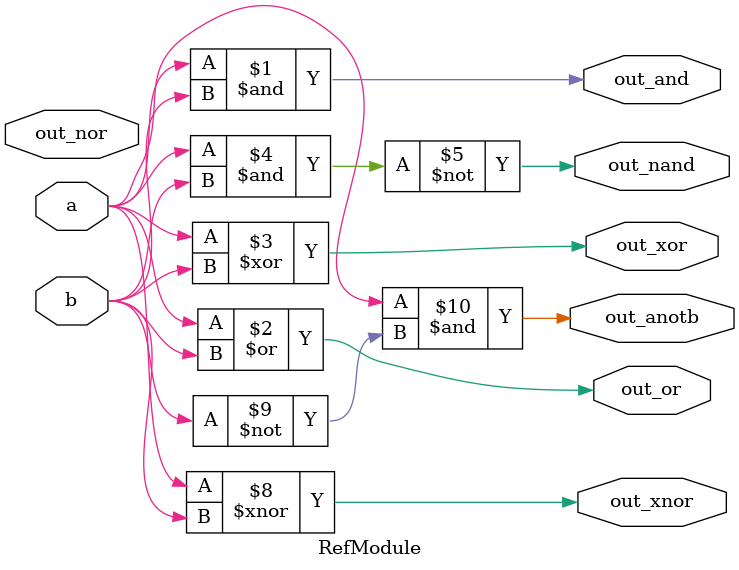
<source format=sv>

module RefModule (
  input a,
  input b,
  output out_and,
  output out_or,
  output out_xor,
  output out_nand,
  input out_nor,
  output out_xnor,
  output out_anotb
);

  assign out_and = a&b;
  assign out_or = a|b;
  assign out_xor = a^b;
  assign out_nand = ~(a&b);
  assign out_nor = ~(a|b);
  assign out_xnor = a^~b;
  assign out_anotb = a & ~b;

endmodule


</source>
